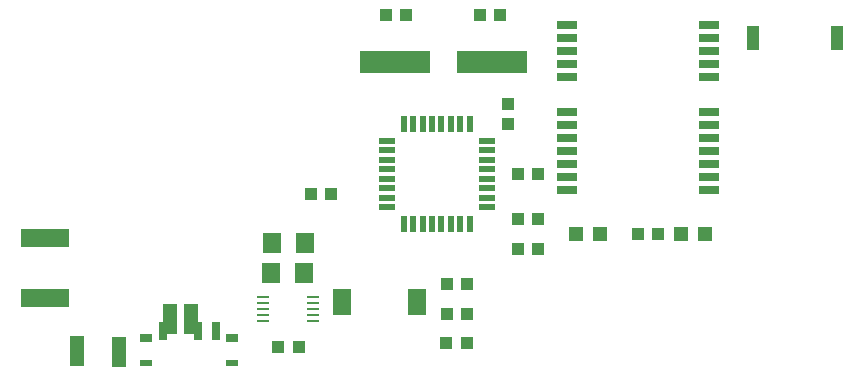
<source format=gtp>
G75*
G70*
%OFA0B0*%
%FSLAX24Y24*%
%IPPOS*%
%LPD*%
%AMOC8*
5,1,8,0,0,1.08239X$1,22.5*
%
%ADD10R,0.0200X0.0580*%
%ADD11R,0.0580X0.0200*%
%ADD12R,0.0709X0.0315*%
%ADD13R,0.2362X0.0760*%
%ADD14R,0.0394X0.0787*%
%ADD15R,0.0433X0.0394*%
%ADD16R,0.0394X0.0433*%
%ADD17R,0.1600X0.0600*%
%ADD18R,0.0500X0.1000*%
%ADD19R,0.0472X0.0472*%
%ADD20R,0.0394X0.0098*%
%ADD21R,0.0630X0.0709*%
%ADD22R,0.0591X0.0866*%
%ADD23R,0.0276X0.0591*%
%ADD24R,0.0394X0.0236*%
%ADD25R,0.0394X0.0315*%
D10*
X013035Y005476D03*
X013345Y005476D03*
X013665Y005476D03*
X013975Y005476D03*
X014295Y005476D03*
X014605Y005476D03*
X014925Y005476D03*
X015235Y005476D03*
X015235Y008816D03*
X014925Y008816D03*
X014605Y008816D03*
X014295Y008816D03*
X013975Y008816D03*
X013665Y008816D03*
X013345Y008816D03*
X013035Y008816D03*
D11*
X012465Y008246D03*
X012465Y007936D03*
X012465Y007616D03*
X012465Y007306D03*
X012465Y006986D03*
X012465Y006676D03*
X012465Y006356D03*
X012465Y006046D03*
X015805Y006046D03*
X015805Y006356D03*
X015805Y006676D03*
X015805Y006986D03*
X015805Y007306D03*
X015805Y007616D03*
X015805Y007936D03*
X015805Y008246D03*
D12*
X018475Y008325D03*
X018475Y007892D03*
X018475Y007459D03*
X018475Y007026D03*
X018475Y006593D03*
X018475Y008758D03*
X018475Y009191D03*
X018475Y010372D03*
X018475Y010805D03*
X018475Y011238D03*
X018475Y011672D03*
X018475Y012105D03*
X023200Y012105D03*
X023200Y011672D03*
X023200Y011238D03*
X023200Y010805D03*
X023200Y010372D03*
X023200Y009191D03*
X023200Y008758D03*
X023200Y008325D03*
X023200Y007892D03*
X023200Y007459D03*
X023200Y007026D03*
X023200Y006593D03*
D13*
X015967Y010872D03*
X012739Y010872D03*
D14*
X024680Y011666D03*
X027475Y011666D03*
D15*
X017518Y007137D03*
X016848Y007137D03*
X016848Y005637D03*
X017518Y005637D03*
X015132Y001500D03*
X014462Y001500D03*
X009533Y001369D03*
X008864Y001369D03*
X012444Y012447D03*
X013113Y012447D03*
X015593Y012447D03*
X016263Y012447D03*
D16*
X016503Y009488D03*
X016503Y008819D03*
X010605Y006489D03*
X009936Y006489D03*
X014470Y003464D03*
X015140Y003464D03*
X015140Y002476D03*
X014470Y002476D03*
X016848Y004637D03*
X017518Y004637D03*
X020848Y005137D03*
X021518Y005137D03*
D17*
X001067Y005000D03*
X001067Y003000D03*
D18*
X002152Y001227D03*
X003533Y001205D03*
X005243Y002304D03*
X005946Y002303D03*
D19*
X018770Y005137D03*
X019596Y005137D03*
X022270Y005137D03*
X023096Y005137D03*
D20*
X010015Y003031D03*
X010015Y002834D03*
X010015Y002637D03*
X010015Y002440D03*
X010015Y002243D03*
X008351Y002243D03*
X008351Y002440D03*
X008351Y002637D03*
X008351Y002834D03*
X008351Y003031D03*
D21*
X008618Y003842D03*
X009721Y003842D03*
X009734Y004851D03*
X008632Y004851D03*
D22*
X010976Y002862D03*
X013496Y002862D03*
D23*
X006778Y001916D03*
X006187Y001916D03*
X005006Y001916D03*
D24*
X004455Y000834D03*
X007329Y000834D03*
D25*
X007329Y001660D03*
X004455Y001660D03*
M02*

</source>
